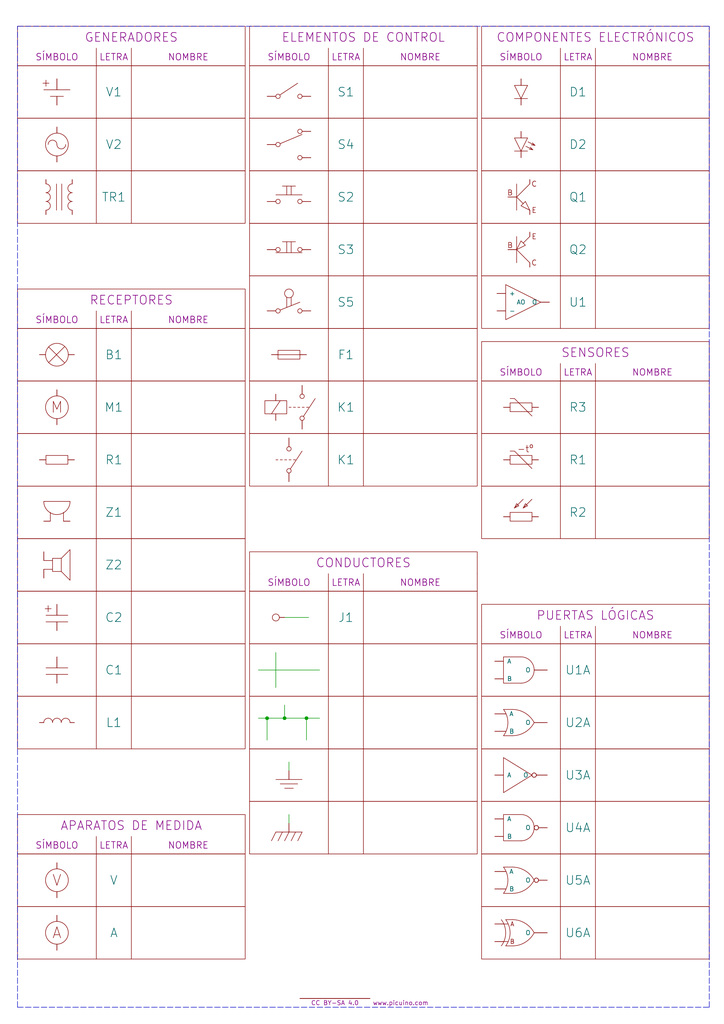
<source format=kicad_sch>
(kicad_sch (version 20211123) (generator eeschema)
  (paper "A4" portrait)
  (title_block (title "Símbolos eléctricos y electrónicos.") (date "23/10/2018") (company "www.picuino.com") (comment 1 "Copyright (c) 2018 by Carlos Pardo") (comment 2 "License CC BY-SA 4.0"))
  (lib_symbols
    (symbol "electric-simbolos-nombres-rescue:AO-simbolos" (pin_names (offset 1.016))
      (property "Reference" "U" (at 6.35 -3.81 0))
      (property "Value" "AO-simbolos" (at 6.35 3.81 0))
      (symbol "AO-simbolos_0_1"
        (polyline (pts (xy 0 5.08) (xy 0 -5.08) (xy 10.16 0) (xy 0 5.08)))
      )
      (symbol "AO-simbolos_1_1"
        (pin input line (at -2.54 2.54 0) (length 2.54) (name "+") (number "~"))
        (pin input line (at -2.54 -2.54 0) (length 2.54) (name "-") (number "~"))
        (pin output line (at 12.7 0 180) (length 2.54) (name "O") (number "~"))
      )
    )
    (symbol "electric-simbolos-nombres-rescue:CopyRight-simbolos" (pin_names (offset 1.016))
      (property "License" "CC BY-SA 4.0" (at -1.27 -1.27 0))
      (property "Web" "www.picuino.com" (at 0 -1.27 0))
      (symbol "CopyRight-simbolos_0_1"
        (polyline (pts (xy -10.16 0) (xy 10.16 0)) (stroke (width 0.2032)))
      )
    )
    (symbol "electric-simbolos-nombres-rescue:LDR-simbolos" (pin_names (offset 1.016))
      (property "Reference" "R" (at 1.905 -5.08 0))
      (symbol "LDR-simbolos_0_1"
        (rectangle (start -1.27 -1.905) (end 1.27 -8.255))
        (polyline (pts (xy -2.54 -6.985) (xy -5.08 -4.445)))
        (polyline (pts (xy -2.54 -4.445) (xy -5.08 -1.905)))
        (polyline (pts (xy -2.54 -6.985) (xy -3.175 -5.715) (xy -3.81 -6.35) (xy -2.54 -6.985)))
        (polyline (pts (xy -2.54 -4.445) (xy -3.175 -3.175) (xy -3.81 -3.81) (xy -2.54 -4.445)))
      )
      (symbol "LDR-simbolos_1_1"
        (pin input line (at 0 -10.16 90) (length 1.905) (name "~") (number "~"))
        (pin input line (at 0 0 270) (length 1.905) (name "~") (number "~"))
      )
    )
    (symbol "electric-simbolos-nombres-rescue:NPN-simbolos" (pin_names (offset 1.016))
      (property "Reference" "Q" (at 6.985 -5.08 0))
      (symbol "NPN-simbolos_0_0"
        (polyline (pts (xy 4.445 -6.985) (xy 2.54 -5.08)))
        (polyline (pts (xy 6.35 -8.89) (xy 5.08 -6.35) (xy 3.81 -7.62) (xy 6.35 -8.89)))
        (text "B" (at 0.635 -3.81 0) (effects (font (size 1.524 1.524))))
        (text "C" (at 7.62 -1.27 0) (effects (font (size 1.524 1.524))))
        (text "E" (at 7.62 -8.89 0) (effects (font (size 1.524 1.524))))
      )
      (symbol "NPN-simbolos_0_1"
        (polyline (pts (xy 2.54 -5.08) (xy 6.35 -1.27)))
        (polyline (pts (xy 2.54 -1.27) (xy 2.54 -8.89)))
      )
      (symbol "NPN-simbolos_1_1"
        (pin input line (at 0 -5.08 0) (length 2.54) (name "~") (number "~"))
        (pin input line (at 6.35 -10.16 90) (length 1.27) (name "~") (number "~"))
        (pin input line (at 6.35 0 270) (length 1.27) (name "~") (number "~"))
      )
    )
    (symbol "electric-simbolos-nombres-rescue:NTC-simbolos" (pin_names (offset 1.016))
      (property "Reference" "R" (at 1.905 -5.08 0))
      (symbol "NTC-simbolos_0_1"
        (rectangle (start -1.27 -1.905) (end 1.27 -8.255))
      )
      (symbol "NTC-simbolos_1_0"
        (polyline (pts (xy -2.54 -8.255) (xy -2.54 -6.985) (xy 2.54 -1.905)))
        (text "-tº" (at -3.175 -3.81 900) (effects (font (size 1.905 1.905))))
      )
      (symbol "NTC-simbolos_1_1"
        (pin input line (at 0 -10.16 90) (length 1.905) (name "~") (number "~"))
        (pin input line (at 0 0 270) (length 1.905) (name "~") (number "~"))
      )
    )
    (symbol "electric-simbolos-nombres-rescue:PNP-simbolos" (pin_names (offset 1.016))
      (property "Reference" "Q" (at 6.985 -5.08 0))
      (symbol "PNP-simbolos_0_0"
        (polyline (pts (xy 4.445 -3.175) (xy 6.35 -1.27)))
        (polyline (pts (xy 2.54 -5.08) (xy 3.81 -2.54) (xy 5.08 -3.81) (xy 2.54 -5.08)))
        (text "B" (at 0.635 -3.81 0) (effects (font (size 1.524 1.524))))
        (text "C" (at 7.62 -8.89 0) (effects (font (size 1.524 1.524))))
        (text "E" (at 7.62 -1.27 0) (effects (font (size 1.524 1.524))))
      )
      (symbol "PNP-simbolos_0_1"
        (polyline (pts (xy 2.54 -1.27) (xy 2.54 -8.89)))
        (polyline (pts (xy 6.35 -8.89) (xy 2.54 -5.08)))
      )
      (symbol "PNP-simbolos_1_1"
        (pin input line (at 0 -5.08 0) (length 2.54) (name "~") (number "~"))
        (pin input line (at 6.35 -10.16 90) (length 1.27) (name "~") (number "~"))
        (pin input line (at 6.35 0 270) (length 1.27) (name "~") (number "~"))
      )
    )
    (symbol "electric-simbolos-nombres-rescue:Pila-simbolos" (pin_names (offset 1.016))
      (property "Reference" "V" (at 5.08 -4.445 0))
      (symbol "Pila-simbolos_0_1"
        (polyline (pts (xy -4.064 -1.27) (xy -2.286 -1.27)))
        (polyline (pts (xy -3.81 -3.175) (xy 3.81 -3.175)))
        (polyline (pts (xy -3.175 -0.381) (xy -3.175 -2.159)))
        (polyline (pts (xy -1.905 -5.08) (xy 1.905 -5.08)))
      )
      (symbol "Pila-simbolos_1_1"
        (pin input line (at 0 -7.62 90) (length 2.54) (name "~") (number "~"))
        (pin input line (at 0 0 270) (length 3.175) (name "~") (number "~"))
      )
    )
    (symbol "electric-simbolos-nombres-rescue:altavoz-simbolos" (pin_names (offset 1.016))
      (property "Reference" "Z" (at 5.715 0.635 0))
      (symbol "altavoz-simbolos_0_0"
        (polyline (pts (xy 0 -5.08) (xy 2.54 -5.08)))
        (polyline (pts (xy 0 -2.54) (xy 2.54 -2.54)))
        (polyline (pts (xy 5.08 -1.905) (xy 7.62 0.635) (xy 7.62 -8.255) (xy 5.08 -5.715)))
        (rectangle (start 2.54 -1.905) (end 5.08 -5.715))
      )
      (symbol "altavoz-simbolos_1_1"
        (pin input line (at 0 -7.62 90) (length 2.54) (name "~") (number "~"))
        (pin input line (at 0 0 270) (length 2.54) (name "~") (number "~"))
      )
    )
    (symbol "electric-simbolos-nombres-rescue:amperimetro-simbolos" (pin_names (offset 1.016))
      (property "Reference" "A" (at 5.08 -5.08 0))
      (symbol "amperimetro-simbolos_0_0"
        (text "A" (at 0 -5.08 0) (effects (font (size 3.175 3.175))))
      )
      (symbol "amperimetro-simbolos_0_1"
        (circle (center 0 -5.08) (radius 3.302))
      )
      (symbol "amperimetro-simbolos_1_1"
        (pin input line (at 0 -10.16 90) (length 1.778) (name "~") (number "~"))
        (pin input line (at 0 0 270) (length 1.778) (name "~") (number "~"))
      )
    )
    (symbol "electric-simbolos-nombres-rescue:condensador-simbolos" (pin_names (offset 1.016))
      (property "Reference" "C" (at 3.81 -4.445 0))
      (symbol "condensador-simbolos_0_1"
        (polyline (pts (xy -3.175 -3.175) (xy 3.175 -3.175)))
        (polyline (pts (xy 3.175 -5.08) (xy -3.175 -5.08)))
      )
      (symbol "condensador-simbolos_1_1"
        (pin input line (at 0 -7.62 90) (length 2.54) (name "~") (number "~"))
        (pin input line (at 0 0 270) (length 3.175) (name "~") (number "~"))
      )
    )
    (symbol "electric-simbolos-nombres-rescue:condensador_pol-simbolos" (pin_names (offset 1.016))
      (property "Reference" "C" (at 3.81 -4.445 0))
      (symbol "condensador_pol-simbolos_0_1"
        (polyline (pts (xy -3.175 -3.175) (xy 3.175 -3.175)))
        (polyline (pts (xy -2.54 -0.381) (xy -2.54 -2.159)))
        (polyline (pts (xy -1.651 -1.27) (xy -3.429 -1.27)))
        (polyline (pts (xy 3.175 -5.08) (xy -3.175 -5.08)))
      )
      (symbol "condensador_pol-simbolos_1_1"
        (pin input line (at 0 -7.62 90) (length 2.54) (name "~") (number "~"))
        (pin input line (at 0 0 270) (length 3.175) (name "~") (number "~"))
      )
    )
    (symbol "electric-simbolos-nombres-rescue:conector-simbolos" (pin_names (offset 1.016))
      (symbol "conector-simbolos_0_1"
        (circle (center 2.54 0) (radius 1.016))
      )
      (symbol "conector-simbolos_1_1"
        (pin input line (at 0 0 0) (length 1.524) (name "~") (number "~"))
      )
    )
    (symbol "electric-simbolos-nombres-rescue:diodo-simbolos" (pin_names (offset 1.016))
      (property "Reference" "D" (at 2.54 -3.81 0))
      (symbol "diodo-simbolos_0_1"
        (polyline (pts (xy 1.905 -5.715) (xy -1.905 -5.715)))
        (polyline (pts (xy 1.905 -1.905) (xy -1.905 -1.905) (xy 0 -5.715) (xy 1.905 -1.905)))
      )
      (symbol "diodo-simbolos_1_1"
        (pin input line (at 0 -7.62 90) (length 1.905) (name "~") (number "~"))
        (pin input line (at 0 0 270) (length 1.905) (name "~") (number "~"))
      )
    )
    (symbol "electric-simbolos-nombres-rescue:diodo_led-simbolos" (pin_names (offset 1.016))
      (property "Reference" "D" (at 5.08 -3.81 0))
      (symbol "diodo_led-simbolos_0_1"
        (polyline (pts (xy 1.397 -4.318) (xy 3.429 -5.334)))
        (polyline (pts (xy 1.905 -5.715) (xy -1.905 -5.715)))
        (polyline (pts (xy 2.032 -3.048) (xy 4.064 -4.064)))
        (polyline (pts (xy 3.429 -5.334) (xy 2.3622 -5.1816)))
        (polyline (pts (xy 3.429 -5.334) (xy 2.667 -4.572)))
        (polyline (pts (xy 4.064 -4.064) (xy 2.9972 -3.9116)))
        (polyline (pts (xy 4.064 -4.064) (xy 3.302 -3.302)))
        (polyline (pts (xy 1.905 -1.905) (xy -1.905 -1.905) (xy 0 -5.715) (xy 1.905 -1.905)))
      )
      (symbol "diodo_led-simbolos_1_1"
        (pin input line (at 0 -7.62 90) (length 1.905) (name "~") (number "~"))
        (pin input line (at 0 0 270) (length 1.905) (name "~") (number "~"))
      )
    )
    (symbol "electric-simbolos-nombres-rescue:final_carrera-simbolos" (pin_names (offset 1.016))
      (property "Reference" "S" (at 4.445 3.175 0))
      (symbol "final_carrera-simbolos_0_0"
        (polyline (pts (xy 5.715 1.016) (xy 5.715 3.937)))
        (polyline (pts (xy 6.985 1.524) (xy 6.985 3.937)))
        (polyline (pts (xy 9.525 2.54) (xy 3.81 0.254)))
        (circle (center 3.175 0) (radius 0.635))
        (circle (center 6.35 5.08) (radius 1.27))
        (circle (center 9.525 0) (radius 0.635))
      )
      (symbol "final_carrera-simbolos_1_1"
        (pin input line (at 0 0 0) (length 2.54) (name "~") (number "~"))
        (pin input line (at 12.7 0 180) (length 2.54) (name "~") (number "~"))
      )
    )
    (symbol "electric-simbolos-nombres-rescue:fusible-simbolos" (pin_names (offset 1.016))
      (property "Reference" "F" (at 1.905 -5.08 0))
      (symbol "fusible-simbolos_0_0"
        (polyline (pts (xy 0 -1.27) (xy 0 -8.89)))
      )
      (symbol "fusible-simbolos_0_1"
        (rectangle (start -1.27 -1.905) (end 1.27 -8.255))
      )
      (symbol "fusible-simbolos_1_1"
        (pin input line (at 0 -10.16 90) (length 1.905) (name "~") (number "~"))
        (pin input line (at 0 0 270) (length 1.905) (name "~") (number "~"))
      )
    )
    (symbol "electric-simbolos-nombres-rescue:generador-simbolos" (pin_names (offset 1.016))
      (property "Reference" "V" (at 4.445 -5.08 0))
      (symbol "generador-simbolos_0_0"
        (arc (start 0 -5.08) (mid -1.27 -3.81) (end -2.54 -5.08))
        (arc (start 0 -5.08) (mid 1.27 -6.35) (end 2.54 -5.08))
      )
      (symbol "generador-simbolos_0_1"
        (circle (center 0 -5.08) (radius 3.302))
      )
      (symbol "generador-simbolos_1_1"
        (pin input line (at 0 -10.16 90) (length 1.778) (name "~") (number "~"))
        (pin input line (at 0 0 270) (length 1.778) (name "~") (number "~"))
      )
    )
    (symbol "electric-simbolos-nombres-rescue:inductancia-simbolos" (pin_names (offset 1.016))
      (property "Reference" "L" (at 0.635 -5.08 0))
      (symbol "inductancia-simbolos_0_1"
        (arc (start 0 -6.35) (mid -1.27 -7.62) (end 0 -8.89))
        (arc (start 0 -3.81) (mid -1.27 -5.08) (end 0 -6.35))
        (arc (start 0 -1.27) (mid -1.27 -2.54) (end 0 -3.81))
      )
      (symbol "inductancia-simbolos_1_1"
        (pin input line (at 0 -10.16 90) (length 1.27) (name "~") (number "~"))
        (pin input line (at 0 0 270) (length 1.27) (name "~") (number "~"))
      )
    )
    (symbol "electric-simbolos-nombres-rescue:lampara-simbolos" (pin_names (offset 1.016))
      (property "Reference" "L" (at 4.445 -5.08 0))
      (symbol "lampara-simbolos_0_1"
        (circle (center 0 -5.08) (radius 3.302))
        (polyline (pts (xy -2.286 -7.493) (xy 2.286 -2.921)))
        (polyline (pts (xy -2.286 -2.921) (xy 2.286 -7.493)))
      )
      (symbol "lampara-simbolos_1_1"
        (pin input line (at 0 -10.16 90) (length 1.778) (name "~") (number "~"))
        (pin input line (at 0 0 270) (length 1.778) (name "~") (number "~"))
      )
    )
    (symbol "electric-simbolos-nombres-rescue:logic_and-simbolos" (pin_names (offset 1.016))
      (property "Reference" "U" (at 11.43 -6.35 0))
      (symbol "logic_and-simbolos_0_1"
        (polyline (pts (xy 7.62 1.27) (xy 2.54 1.27) (xy 2.54 -6.35) (xy 7.62 -6.35)))
        (arc (start 7.62 -6.35) (mid 11.43 -2.54) (end 7.62 1.27))
      )
      (symbol "logic_and-simbolos_1_1"
        (pin input line (at 0 0 0) (length 2.54) (name "A") (number "~"))
        (pin input line (at 0 -5.08 0) (length 2.54) (name "B") (number "~"))
        (pin output line (at 15.24 -2.54 180) (length 3.81) (name "O") (number "~"))
      )
      (symbol "logic_and-simbolos_2_1"
        (pin input line (at 0 0 0) (length 2.54) (name "A") (number "4"))
        (pin input line (at 0 -5.08 0) (length 2.54) (name "B") (number "5"))
        (pin output line (at 15.24 -2.54 180) (length 3.81) (name "O") (number "6"))
      )
      (symbol "logic_and-simbolos_3_1"
        (pin input line (at 0 -5.08 0) (length 2.54) (name "B") (number "10"))
        (pin output line (at 15.24 -2.54 180) (length 3.81) (name "O") (number "8"))
        (pin input line (at 0 0 0) (length 2.54) (name "A") (number "9"))
      )
      (symbol "logic_and-simbolos_4_1"
        (pin output line (at 15.24 -2.54 180) (length 3.81) (name "O") (number "11"))
        (pin input line (at 0 0 0) (length 2.54) (name "A") (number "12"))
        (pin input line (at 0 -5.08 0) (length 2.54) (name "B") (number "13"))
      )
    )
    (symbol "electric-simbolos-nombres-rescue:logic_nand-simbolos" (pin_names (offset 1.016))
      (property "Reference" "U" (at 11.43 -6.35 0))
      (symbol "logic_nand-simbolos_0_1"
        (polyline (pts (xy 7.62 1.27) (xy 2.54 1.27) (xy 2.54 -6.35) (xy 7.62 -6.35)))
        (arc (start 7.62 -6.35) (mid 11.43 -2.54) (end 7.62 1.27))
      )
      (symbol "logic_nand-simbolos_1_1"
        (pin input line (at 0 0 0) (length 2.54) (name "A") (number "~"))
        (pin input line (at 0 -5.08 0) (length 2.54) (name "B") (number "~"))
        (pin output inverted (at 15.24 -2.54 180) (length 3.81) (name "O") (number "~"))
      )
      (symbol "logic_nand-simbolos_2_1"
        (pin input line (at 0 0 0) (length 2.54) (name "A") (number "4"))
        (pin input line (at 0 -5.08 0) (length 2.54) (name "B") (number "5"))
        (pin output inverted (at 15.24 -2.54 180) (length 3.81) (name "O") (number "6"))
      )
      (symbol "logic_nand-simbolos_3_1"
        (pin input line (at 0 -5.08 0) (length 2.54) (name "B") (number "10"))
        (pin output inverted (at 15.24 -2.54 180) (length 3.81) (name "O") (number "8"))
        (pin input line (at 0 0 0) (length 2.54) (name "A") (number "9"))
      )
      (symbol "logic_nand-simbolos_4_1"
        (pin output inverted (at 15.24 -2.54 180) (length 3.81) (name "O") (number "11"))
        (pin input line (at 0 0 0) (length 2.54) (name "A") (number "12"))
        (pin input line (at 0 -5.08 0) (length 2.54) (name "B") (number "13"))
      )
    )
    (symbol "electric-simbolos-nombres-rescue:logic_nor-simbolos" (pin_names (offset 1.016))
      (property "Reference" "U" (at 11.43 -6.35 0))
      (symbol "logic_nor-simbolos_0_1"
        (polyline (pts (xy 2.54 -6.35) (xy 5.08 -6.35)))
        (polyline (pts (xy 5.08 1.27) (xy 2.54 1.27)))
        (arc (start 2.54 -6.35) (mid 3.81 -2.54) (end 2.54 1.27))
        (arc (start 5.08 -6.35) (mid 8.784 -5.3291) (end 11.43 -2.54))
        (arc (start 11.43 -2.54) (mid 8.7865 0.2471) (end 5.08 1.27))
      )
      (symbol "logic_nor-simbolos_1_1"
        (pin input line (at 0 0 0) (length 3.175) (name "A") (number "~"))
        (pin input line (at 0 -5.08 0) (length 3.175) (name "B") (number "~"))
        (pin output inverted (at 15.24 -2.54 180) (length 3.81) (name "O") (number "~"))
      )
      (symbol "logic_nor-simbolos_2_1"
        (pin input line (at 0 0 0) (length 3.175) (name "A") (number "4"))
        (pin input line (at 0 -5.08 0) (length 3.175) (name "B") (number "5"))
        (pin output inverted (at 15.24 -2.54 180) (length 3.81) (name "O") (number "6"))
      )
      (symbol "logic_nor-simbolos_3_1"
        (pin input line (at 0 -5.08 0) (length 3.175) (name "B") (number "10"))
        (pin output inverted (at 15.24 -2.54 180) (length 3.81) (name "O") (number "8"))
        (pin input line (at 0 0 0) (length 3.175) (name "A") (number "9"))
      )
      (symbol "logic_nor-simbolos_4_1"
        (pin output inverted (at 15.24 -2.54 180) (length 3.81) (name "O") (number "11"))
        (pin input line (at 0 0 0) (length 3.175) (name "A") (number "12"))
        (pin input line (at 0 -5.08 0) (length 3.175) (name "B") (number "13"))
      )
    )
    (symbol "electric-simbolos-nombres-rescue:logic_not-simbolos" (pin_names (offset 1.016))
      (property "Reference" "U" (at 7.62 -6.35 0))
      (symbol "logic_not-simbolos_0_1"
        (polyline (pts (xy 2.54 2.54) (xy 10.795 -2.54) (xy 2.54 -7.62) (xy 2.54 2.54)))
      )
      (symbol "logic_not-simbolos_1_1"
        (pin input line (at 0 -2.54 0) (length 2.54) (name "A") (number "~"))
        (pin output inverted (at 15.24 -2.54 180) (length 4.445) (name "O") (number "~"))
      )
      (symbol "logic_not-simbolos_2_1"
        (pin input line (at 0 -2.54 0) (length 2.54) (name "A") (number "4"))
        (pin output inverted (at 15.24 -2.54 180) (length 4.445) (name "O") (number "6"))
      )
      (symbol "logic_not-simbolos_3_1"
        (pin output inverted (at 15.24 -2.54 180) (length 4.445) (name "O") (number "8"))
        (pin input line (at 0 -2.54 0) (length 2.54) (name "A") (number "9"))
      )
      (symbol "logic_not-simbolos_4_1"
        (pin output inverted (at 15.24 -2.54 180) (length 4.445) (name "O") (number "11"))
        (pin input line (at 0 -2.54 0) (length 2.54) (name "A") (number "12"))
      )
    )
    (symbol "electric-simbolos-nombres-rescue:logic_or-simbolos" (pin_names (offset 1.016))
      (property "Reference" "U" (at 11.43 -6.35 0))
      (symbol "logic_or-simbolos_0_1"
        (polyline (pts (xy 2.54 -6.35) (xy 5.08 -6.35)))
        (polyline (pts (xy 5.08 1.27) (xy 2.54 1.27)))
        (arc (start 2.54 -6.35) (mid 3.81 -2.54) (end 2.54 1.27))
        (arc (start 5.08 -6.35) (mid 8.784 -5.3291) (end 11.43 -2.54))
        (arc (start 11.43 -2.54) (mid 8.7865 0.2471) (end 5.08 1.27))
      )
      (symbol "logic_or-simbolos_1_1"
        (pin input line (at 0 0 0) (length 3.175) (name "A") (number "~"))
        (pin input line (at 0 -5.08 0) (length 3.175) (name "B") (number "~"))
        (pin output line (at 15.24 -2.54 180) (length 3.81) (name "O") (number "~"))
      )
      (symbol "logic_or-simbolos_2_1"
        (pin input line (at 0 0 0) (length 3.175) (name "A") (number "4"))
        (pin input line (at 0 -5.08 0) (length 3.175) (name "B") (number "5"))
        (pin output line (at 15.24 -2.54 180) (length 3.81) (name "O") (number "6"))
      )
      (symbol "logic_or-simbolos_3_1"
        (pin input line (at 0 -5.08 0) (length 3.175) (name "B") (number "10"))
        (pin output line (at 15.24 -2.54 180) (length 3.81) (name "O") (number "8"))
        (pin input line (at 0 0 0) (length 3.175) (name "A") (number "9"))
      )
      (symbol "logic_or-simbolos_4_1"
        (pin output line (at 15.24 -2.54 180) (length 3.81) (name "O") (number "11"))
        (pin input line (at 0 0 0) (length 3.175) (name "A") (number "12"))
        (pin input line (at 0 -5.08 0) (length 3.175) (name "B") (number "13"))
      )
    )
    (symbol "electric-simbolos-nombres-rescue:logic_xor-simbolos" (pin_names (offset 1.016))
      (property "Reference" "U" (at 11.43 -6.35 0))
      (symbol "logic_xor-simbolos_0_0"
        (text "A" (at 5.08 0 0) (effects (font (size 1.27 1.27))))
        (text "B" (at 5.08 -5.08 0) (effects (font (size 1.27 1.27))))
      )
      (symbol "logic_xor-simbolos_0_1"
        (polyline (pts (xy 3.175 -6.35) (xy 5.08 -6.35)))
        (polyline (pts (xy 3.175 1.27) (xy 5.08 1.27)))
        (polyline (pts (xy 3.81 -5.08) (xy 2.54 -5.08)))
        (polyline (pts (xy 3.81 0) (xy 2.54 0)))
        (arc (start 1.905 -6.35) (mid 3.175 -2.54) (end 1.905 1.27))
        (arc (start 3.175 -6.35) (mid 4.445 -2.54) (end 3.175 1.27))
        (arc (start 5.08 -6.35) (mid 8.784 -5.3291) (end 11.43 -2.54))
        (arc (start 11.43 -2.54) (mid 8.7865 0.2471) (end 5.08 1.27))
      )
      (symbol "logic_xor-simbolos_1_1"
        (pin output line (at 15.24 -2.54 180) (length 3.81) (name "O") (number "~"))
        (pin input line (at 0 -5.08 0) (length 2.54) (name "~") (number "~"))
        (pin input line (at 0 0 0) (length 2.54) (name "~") (number "~"))
      )
      (symbol "logic_xor-simbolos_2_1"
        (pin input line (at 0 0 0) (length 2.54) (name "~") (number "4"))
        (pin input line (at 0 -5.08 0) (length 2.54) (name "~") (number "5"))
        (pin output line (at 15.24 -2.54 180) (length 3.81) (name "O") (number "6"))
      )
      (symbol "logic_xor-simbolos_3_1"
        (pin input line (at 0 -5.08 0) (length 2.54) (name "~") (number "10"))
        (pin output line (at 15.24 -2.54 180) (length 3.81) (name "O") (number "8"))
        (pin input line (at 0 0 0) (length 2.54) (name "~") (number "9"))
      )
      (symbol "logic_xor-simbolos_4_1"
        (pin output line (at 15.24 -2.54 180) (length 3.81) (name "O") (number "11"))
        (pin input line (at 0 0 0) (length 2.54) (name "~") (number "12"))
        (pin input line (at 0 -5.08 0) (length 2.54) (name "~") (number "13"))
      )
    )
    (symbol "electric-simbolos-nombres-rescue:marco_1-simbolos" (pin_names (offset 1.016))
      (symbol "marco_1-simbolos_0_1"
        (polyline (pts (xy 22.86 0) (xy 33.02 0) (xy 33.02 -15.24) (xy 22.86 -15.24)))
        (polyline (pts (xy 33.02 0) (xy 66.04 0) (xy 66.04 -15.24) (xy 33.02 -15.24)))
        (polyline (pts (xy 0 0) (xy 0 -15.24) (xy 22.86 -15.24) (xy 22.86 0) (xy 0 0)))
      )
    )
    (symbol "electric-simbolos-nombres-rescue:marco_2-simbolos" (pin_names (offset 1.016))
      (property "Field4" "TIPO" (at 33.02 -4.445 0))
      (property "Field5" "SÍMBOLO" (at 11.43 -11.43 0))
      (property "Field6" "LETRA" (at 27.94 -11.43 0))
      (property "Field7" "NOMBRE" (at 48.26 -11.43 0))
      (symbol "marco_2-simbolos_0_1"
        (polyline (pts (xy 22.86 -12.7) (xy 33.02 -12.7) (xy 33.02 -7.62)))
        (polyline (pts (xy 33.02 -12.7) (xy 66.04 -12.7) (xy 66.04 -7.62)))
        (polyline (pts (xy 0 -7.62) (xy 0 -12.7) (xy 22.86 -12.7) (xy 22.86 -7.62)))
        (polyline (pts (xy 66.04 -7.62) (xy 66.04 -1.27) (xy 0 -1.27) (xy 0 -7.62)))
      )
    )
    (symbol "electric-simbolos-nombres-rescue:masa-simbolos" (pin_names (offset 1.016))
      (symbol "masa-simbolos_0_0"
        (polyline (pts (xy -3.81 -2.54) (xy -5.08 -5.08)))
        (polyline (pts (xy -3.81 -2.54) (xy 3.81 -2.54)))
        (polyline (pts (xy -1.905 -2.54) (xy -3.175 -5.08)))
        (polyline (pts (xy 0 -2.54) (xy -1.27 -5.08)))
        (polyline (pts (xy 1.905 -2.54) (xy 0.635 -5.08)))
        (polyline (pts (xy 3.81 -2.54) (xy 2.54 -5.08)))
      )
      (symbol "masa-simbolos_1_1"
        (pin input line (at 0 0 270) (length 2.54) (name "~") (number "~"))
      )
    )
    (symbol "electric-simbolos-nombres-rescue:motor-simbolos" (pin_names (offset 1.016))
      (property "Reference" "M" (at 4.445 -5.08 0))
      (symbol "motor-simbolos_0_0"
        (text "M" (at 0 -5.08 0) (effects (font (size 3.175 3.175))))
      )
      (symbol "motor-simbolos_0_1"
        (circle (center 0 -5.08) (radius 3.302))
      )
      (symbol "motor-simbolos_1_1"
        (pin input line (at 0 -10.16 90) (length 1.778) (name "~") (number "~"))
        (pin input line (at 0 0 270) (length 1.778) (name "~") (number "~"))
      )
    )
    (symbol "electric-simbolos-nombres-rescue:pulsador_na-simbolos" (pin_names (offset 1.016))
      (property "Reference" "S" (at 1.905 3.175 0))
      (symbol "pulsador_na-simbolos_0_0"
        (polyline (pts (xy 2.54 1.905) (xy 10.16 1.905)))
        (polyline (pts (xy 4.445 4.445) (xy 8.255 4.445)))
        (polyline (pts (xy 5.715 1.905) (xy 5.715 4.445)))
        (polyline (pts (xy 6.985 4.445) (xy 6.985 1.905)))
        (circle (center 3.175 0) (radius 0.635))
        (circle (center 9.525 0) (radius 0.635))
      )
      (symbol "pulsador_na-simbolos_1_1"
        (pin input line (at 0 0 0) (length 2.54) (name "~") (number "~"))
        (pin input line (at 12.7 0 180) (length 2.54) (name "~") (number "~"))
      )
    )
    (symbol "electric-simbolos-nombres-rescue:pulsador_nc-simbolos" (pin_names (offset 1.016))
      (property "Reference" "S" (at 3.81 3.175 0))
      (symbol "pulsador_nc-simbolos_0_0"
        (polyline (pts (xy 2.54 -0.889) (xy 10.16 -0.889)))
        (polyline (pts (xy 4.445 2.286) (xy 8.255 2.286)))
        (polyline (pts (xy 5.715 -0.889) (xy 5.715 2.286)))
        (polyline (pts (xy 6.985 -0.889) (xy 6.985 2.286)))
        (circle (center 3.175 0) (radius 0.635))
        (circle (center 9.525 0) (radius 0.635))
      )
      (symbol "pulsador_nc-simbolos_1_1"
        (pin input line (at 0 0 0) (length 2.54) (name "~") (number "~"))
        (pin input line (at 12.7 0 180) (length 2.54) (name "~") (number "~"))
      )
    )
    (symbol "electric-simbolos-nombres-rescue:rele-simbolos" (pin_names (offset 1.016))
      (property "Reference" "K" (at -4.445 -3.81 0))
      (symbol "rele-simbolos_0_0"
        (rectangle (start -3.175 -1.905) (end 3.175 -5.715))
        (polyline (pts (xy 1.27 -1.905) (xy -1.27 -5.715)))
        (polyline (pts (xy 3.81 -3.81) (xy 4.445 -3.81)))
        (polyline (pts (xy 5.08 -3.81) (xy 5.715 -3.81)))
        (polyline (pts (xy 6.35 -3.81) (xy 6.985 -3.81)))
        (polyline (pts (xy 7.62 -3.81) (xy 8.255 -3.81)))
        (polyline (pts (xy 8.89 -3.81) (xy 9.525 -3.81)))
      )
      (symbol "rele-simbolos_1_0"
        (polyline (pts (xy 11.43 -1.27) (xy 8.001 -6.477)))
        (circle (center 7.62 -6.985) (radius 0.635))
        (circle (center 7.62 -0.635) (radius 0.635))
      )
      (symbol "rele-simbolos_1_1"
        (pin input line (at 0 -7.62 90) (length 1.905) (name "~") (number "~"))
        (pin input line (at 0 0 270) (length 1.905) (name "~") (number "~"))
        (pin input line (at 7.62 -10.16 90) (length 2.54) (name "~") (number "~"))
        (pin input line (at 7.62 2.54 270) (length 2.54) (name "~") (number "~"))
      )
    )
    (symbol "electric-simbolos-nombres-rescue:rele_contacto-simbolos" (pin_names (offset 1.016))
      (property "Reference" "K" (at 1.27 -1.27 0))
      (symbol "rele_contacto-simbolos_0_0"
        (polyline (pts (xy -3.81 -6.35) (xy -3.175 -6.35)))
        (polyline (pts (xy -2.54 -6.35) (xy -1.905 -6.35)))
        (polyline (pts (xy -1.27 -6.35) (xy -0.635 -6.35)))
        (polyline (pts (xy 0 -6.35) (xy 0.635 -6.35)))
        (polyline (pts (xy 1.27 -6.35) (xy 1.905 -6.35)))
      )
      (symbol "rele_contacto-simbolos_1_0"
        (circle (center 0 -9.525) (radius 0.635))
        (circle (center 0 -3.175) (radius 0.635))
        (polyline (pts (xy 3.81 -3.81) (xy 0.381 -9.017)))
      )
      (symbol "rele_contacto-simbolos_1_1"
        (pin input line (at 0 -12.7 90) (length 2.54) (name "~") (number "~"))
        (pin input line (at 0 0 270) (length 2.54) (name "~") (number "~"))
      )
    )
    (symbol "electric-simbolos-nombres-rescue:resistencia-simbolos" (pin_names (offset 1.016))
      (property "Reference" "R" (at 1.905 -5.08 0))
      (symbol "resistencia-simbolos_0_1"
        (rectangle (start -1.27 -1.905) (end 1.27 -8.255))
      )
      (symbol "resistencia-simbolos_1_1"
        (pin input line (at 0 -10.16 90) (length 1.905) (name "~") (number "~"))
        (pin input line (at 0 0 270) (length 1.905) (name "~") (number "~"))
      )
    )
    (symbol "electric-simbolos-nombres-rescue:resistencia_variable-simbolos" (pin_names (offset 1.016))
      (property "Reference" "R" (at 1.905 -5.08 0))
      (symbol "resistencia_variable-simbolos_0_1"
        (rectangle (start -1.27 -1.905) (end 1.27 -8.255))
      )
      (symbol "resistencia_variable-simbolos_1_0"
        (polyline (pts (xy -2.54 -8.255) (xy -2.54 -6.985) (xy 2.54 -1.905)))
      )
      (symbol "resistencia_variable-simbolos_1_1"
        (pin input line (at 0 -10.16 90) (length 1.905) (name "~") (number "~"))
        (pin input line (at 0 0 270) (length 1.905) (name "~") (number "~"))
      )
    )
    (symbol "electric-simbolos-nombres-rescue:selector-simbolos" (pin_names (offset 1.016))
      (property "Reference" "S" (at 4.445 3.175 0))
      (symbol "selector-simbolos_0_0"
        (circle (center 3.175 0) (radius 0.635))
        (circle (center 9.525 -3.81) (radius 0.635))
        (circle (center 9.525 3.81) (radius 0.635))
      )
      (symbol "selector-simbolos_0_1"
        (polyline (pts (xy 10.16 2.921) (xy 3.81 0.254)))
      )
      (symbol "selector-simbolos_1_1"
        (pin input line (at 0 0 0) (length 2.54) (name "~") (number "~"))
        (pin input line (at 12.7 -3.81 180) (length 2.54) (name "~") (number "~"))
        (pin input line (at 12.7 3.81 180) (length 2.54) (name "~") (number "~"))
      )
    )
    (symbol "electric-simbolos-nombres-rescue:switch-simbolos" (pin_names (offset 1.016))
      (property "Reference" "S" (at 4.445 3.175 0))
      (symbol "switch-simbolos_0_0"
        (polyline (pts (xy 8.89 3.81) (xy 3.683 0.381)))
        (circle (center 3.175 0) (radius 0.635))
        (circle (center 9.525 0) (radius 0.635))
      )
      (symbol "switch-simbolos_1_1"
        (pin input line (at 0 0 0) (length 2.54) (name "~") (number "~"))
        (pin input line (at 12.7 0 180) (length 2.54) (name "~") (number "~"))
      )
    )
    (symbol "electric-simbolos-nombres-rescue:tierra-simbolos" (pin_names (offset 1.016))
      (symbol "tierra-simbolos_0_0"
        (polyline (pts (xy -3.81 -2.54) (xy 3.81 -2.54)))
        (polyline (pts (xy -2.54 -3.81) (xy 2.54 -3.81)))
        (polyline (pts (xy -1.27 -5.08) (xy 1.27 -5.08)))
      )
      (symbol "tierra-simbolos_1_1"
        (pin input line (at 0 0 270) (length 2.54) (name "~") (number "~"))
      )
    )
    (symbol "electric-simbolos-nombres-rescue:transformador-simbolos" (pin_names (offset 1.016))
      (property "Reference" "TR" (at 8.89 -5.08 0))
      (symbol "transformador-simbolos_0_1"
        (arc (start 0 -8.89) (mid 1.27 -7.62) (end 0 -6.35))
        (arc (start 0 -6.35) (mid 1.27 -5.08) (end 0 -3.81))
        (arc (start 0 -3.81) (mid 1.27 -2.54) (end 0 -1.27))
        (polyline (pts (xy 3.048 -1.27) (xy 3.048 -8.89)))
        (polyline (pts (xy 4.572 -1.27) (xy 4.572 -8.89)))
        (arc (start 7.62 -6.35) (mid 6.35 -7.62) (end 7.62 -8.89))
        (arc (start 7.62 -3.81) (mid 6.35 -5.08) (end 7.62 -6.35))
        (arc (start 7.62 -1.27) (mid 6.35 -2.54) (end 7.62 -3.81))
      )
      (symbol "transformador-simbolos_1_1"
        (pin input line (at 0 -10.16 90) (length 1.27) (name "~") (number "~"))
        (pin input line (at 0 0 270) (length 1.27) (name "~") (number "~"))
        (pin input line (at 7.62 -10.16 90) (length 1.27) (name "~") (number "~"))
        (pin input line (at 7.62 0 270) (length 1.27) (name "~") (number "~"))
      )
    )
    (symbol "electric-simbolos-nombres-rescue:voltimetro-simbolos" (pin_names (offset 1.016))
      (property "Reference" "V" (at 5.08 -5.08 0))
      (symbol "voltimetro-simbolos_0_0"
        (text "V" (at 0 -5.08 0) (effects (font (size 3.175 3.175))))
      )
      (symbol "voltimetro-simbolos_0_1"
        (circle (center 0 -5.08) (radius 3.302))
      )
      (symbol "voltimetro-simbolos_1_1"
        (pin input line (at 0 -10.16 90) (length 1.778) (name "~") (number "~"))
        (pin input line (at 0 0 270) (length 1.778) (name "~") (number "~"))
      )
    )
    (symbol "electric-simbolos-nombres-rescue:zumbador-simbolos" (pin_names (offset 1.016))
      (property "Reference" "Z" (at 3.81 8.255 0))
      (symbol "zumbador-simbolos_0_0"
        (polyline (pts (xy 0 5.715) (xy 7.62 5.715)))
        (polyline (pts (xy 1.905 0) (xy 1.905 2.54)))
        (polyline (pts (xy 5.715 0) (xy 5.715 2.54)))
        (arc (start 0 5.715) (mid 3.81 1.905) (end 7.62 5.715))
      )
      (symbol "zumbador-simbolos_1_1"
        (pin input line (at 0 0 0) (length 1.905) (name "~") (number "~"))
        (pin input line (at 7.62 0 180) (length 1.905) (name "~") (number "~"))
      )
    )
  )
  (junction (at 88.9 208.28))
  (junction (at 82.55 208.28))
  (junction (at 77.47 208.28))
  (wire (pts (xy 83.82 223.52) (xy 83.82 220.98)))
  (wire (pts (xy 74.93 208.28) (xy 77.47 208.28)))
  (wire (pts (xy 74.93 194.31) (xy 92.71 194.31)))
  (wire (pts (xy 83.82 238.76) (xy 83.82 236.22)))
  (wire (pts (xy 88.9 208.28) (xy 92.71 208.28)))
  (polyline (pts (xy 5.08 292.1) (xy 205.74 292.1)))
  (wire (pts (xy 88.9 214.63) (xy 88.9 208.28)))
  (polyline (pts (xy 5.08 7.62) (xy 205.74 7.62)))
  (wire (pts (xy 80.01 189.23) (xy 80.01 199.39)))
  (polyline (pts (xy 5.08 292.1) (xy 5.08 7.62)))
  (wire (pts (xy 82.55 208.28) (xy 88.9 208.28)))
  (wire (pts (xy 77.47 208.28) (xy 82.55 208.28)))
  (polyline (pts (xy 205.74 292.1) (xy 205.74 7.62)))
  (wire (pts (xy 77.47 214.63) (xy 77.47 208.28)))
  (wire (pts (xy 82.55 179.07) (xy 89.535 179.07)))
  (wire (pts (xy 82.55 208.28) (xy 82.55 204.47)))
  (symbol (lib_id "electric-simbolos-nombres-rescue:CopyRight-simbolos") (at 97.155 289.56 0) (unit 1)
    (property "Reference" "CP?" (effects hide))
    (property "Value" "CopyRight" (effects hide))
    (property "License" "CC BY-SA 4.0" (at 97.155 290.83 0))
    (property "Web" "www.picuino.com" (at 116.205 290.83 0))
  )
  (symbol (lib_id "electric-simbolos-nombres-rescue:marco_1-simbolos") (at 139.7 80.01 0) (unit 1)
    (property "Reference" "M?" (effects hide))
    (property "Value" "marco_1" (effects hide))
  )
  (symbol (lib_id "electric-simbolos-nombres-rescue:AO-simbolos") (at 146.685 87.63 0) (unit 1)
    (property "Reference" "U1" (at 167.64 87.63 0) (effects (font (size 2.54 2.54))))
    (property "Value" "AO" (at 151.13 87.63 0))
  )
  (symbol (lib_id "electric-simbolos-nombres-rescue:amperimetro-simbolos") (at 16.51 265.43 0) (unit 1)
    (property "Reference" "A" (at 31.75 270.51 0) (effects (font (size 2.54 2.54)) (justify left)))
    (property "Value" "amperimetro" (effects hide))
  )
  (symbol (lib_id "electric-simbolos-nombres-rescue:diodo-simbolos") (at 151.13 22.86 0) (unit 1)
    (property "Reference" "D1" (at 167.64 26.67 0) (effects (font (size 2.54 2.54))))
    (property "Value" "DIODO" (effects hide))
  )
  (symbol (lib_id "electric-simbolos-nombres-rescue:marco_1-simbolos") (at 5.08 186.69 0) (unit 1)
    (property "Reference" "M?" (effects hide))
    (property "Value" "marco_1" (effects hide))
  )
  (symbol (lib_id "electric-simbolos-nombres-rescue:selector-simbolos") (at 77.47 41.91 0) (unit 1)
    (property "Reference" "S4" (at 100.33 41.91 0) (effects (font (size 2.54 2.54))))
    (property "Value" "CONMUTADOR" (effects hide))
  )
  (symbol (lib_id "electric-simbolos-nombres-rescue:LDR-simbolos") (at 156.21 149.86 270) (unit 1)
    (property "Reference" "R2" (at 167.64 148.59 90) (effects (font (size 2.54 2.54))))
    (property "Value" "RESISTENCIA" (effects hide))
    (property "Campo4" "LDR" (effects hide))
  )
  (symbol (lib_id "electric-simbolos-nombres-rescue:PNP-simbolos") (at 147.32 67.31 0) (unit 1)
    (property "Reference" "Q2" (at 167.64 72.39 0) (effects (font (size 2.54 2.54))))
    (property "Value" "TRANSISTOR" (effects hide))
    (property "Campo4" "PNP" (effects hide))
  )
  (symbol (lib_id "electric-simbolos-nombres-rescue:voltimetro-simbolos") (at 16.51 250.19 0) (unit 1)
    (property "Reference" "V" (at 33.02 255.27 0) (effects (font (size 2.54 2.54))))
    (property "Value" "VOLTIMETRO" (effects hide))
  )
  (symbol (lib_id "electric-simbolos-nombres-rescue:logic_nand-simbolos") (at 143.51 237.49 0) (unit 1)
    (property "Reference" "U4" (at 167.64 240.03 0) (effects (font (size 2.54 2.54))))
    (property "Value" "logic_and" (effects hide))
    (property "Campo4" "PUERTA NAND" (effects hide))
  )
  (symbol (lib_id "electric-simbolos-nombres-rescue:marco_1-simbolos") (at 139.7 262.89 0) (unit 1)
    (property "Reference" "M?" (effects hide))
    (property "Value" "marco_1" (effects hide))
  )
  (symbol (lib_id "electric-simbolos-nombres-rescue:transformador-simbolos") (at 13.335 52.07 0) (unit 1)
    (property "Reference" "TR1" (at 33.02 57.15 0) (effects (font (size 2.54 2.54))))
    (property "Value" "TRANSFOR-" (effects hide))
    (property "Campo4" "MADOR" (effects hide))
  )
  (symbol (lib_id "electric-simbolos-nombres-rescue:marco_1-simbolos") (at 72.39 64.77 0) (unit 1)
    (property "Reference" "M?" (effects hide))
    (property "Value" "marco_1" (effects hide))
  )
  (symbol (lib_id "electric-simbolos-nombres-rescue:marco_1-simbolos") (at 5.08 110.49 0) (unit 1)
    (property "Reference" "M?" (effects hide))
    (property "Value" "marco_1" (effects hide))
  )
  (symbol (lib_id "electric-simbolos-nombres-rescue:marco_2-simbolos") (at 139.7 97.79 0) (unit 1)
    (property "Reference" "M?" (effects hide))
    (property "Value" "marco_2" (effects hide))
    (property "Campo4" "SENSORES" (at 172.72 102.235 0) (effects (font (size 2.54 2.54))))
    (property "Campo5" "SÍMBOLO" (at 151.13 107.95 0) (effects (font (size 1.905 1.905))))
    (property "Campo6" "LETRA" (at 167.64 107.95 0) (effects (font (size 1.905 1.905))))
    (property "Campo7" "NOMBRE" (at 189.23 107.95 0) (effects (font (size 1.905 1.905))))
  )
  (symbol (lib_id "electric-simbolos-nombres-rescue:marco_1-simbolos") (at 72.39 34.29 0) (unit 1)
    (property "Reference" "M?" (effects hide))
    (property "Value" "marco_1" (effects hide))
  )
  (symbol (lib_id "electric-simbolos-nombres-rescue:marco_1-simbolos") (at 139.7 201.93 0) (unit 1)
    (property "Reference" "M?" (effects hide))
    (property "Value" "marco_1" (effects hide))
  )
  (symbol (lib_id "electric-simbolos-nombres-rescue:fusible-simbolos") (at 88.9 102.87 270) (unit 1)
    (property "Reference" "F1" (at 100.33 102.87 90) (effects (font (size 2.54 2.54))))
    (property "Value" "FUSIBLE" (effects hide))
  )
  (symbol (lib_id "electric-simbolos-nombres-rescue:logic_and-simbolos") (at 143.51 191.77 0) (unit 1)
    (property "Reference" "U1" (at 167.64 194.31 0) (effects (font (size 2.54 2.54))))
    (property "Value" "logic_and" (effects hide))
  )
  (symbol (lib_id "electric-simbolos-nombres-rescue:marco_1-simbolos") (at 139.7 217.17 0) (unit 1)
    (property "Reference" "M?" (effects hide))
    (property "Value" "marco_1" (effects hide))
  )
  (symbol (lib_id "electric-simbolos-nombres-rescue:marco_1-simbolos") (at 72.39 95.25 0) (unit 1)
    (property "Reference" "M?" (effects hide))
    (property "Value" "marco_1" (effects hide))
  )
  (symbol (lib_id "electric-simbolos-nombres-rescue:diodo_led-simbolos") (at 151.13 38.1 0) (unit 1)
    (property "Reference" "D2" (at 167.64 41.91 0) (effects (font (size 2.54 2.54))))
    (property "Value" "DIODO LED" (effects hide))
  )
  (symbol (lib_id "electric-simbolos-nombres-rescue:marco_1-simbolos") (at 5.08 125.73 0) (unit 1)
    (property "Reference" "M?" (effects hide))
    (property "Value" "marco_1" (effects hide))
  )
  (symbol (lib_id "electric-simbolos-nombres-rescue:tierra-simbolos") (at 83.82 223.52 0) (unit 1)
    (property "Reference" "V?" (effects hide))
    (property "Value" "CONEXIÓN" (effects hide))
    (property "Campo4" "A TIERRA" (effects hide))
  )
  (symbol (lib_id "electric-simbolos-nombres-rescue:marco_1-simbolos") (at 5.08 262.89 0) (unit 1)
    (property "Reference" "M?" (effects hide))
    (property "Value" "marco_1" (effects hide))
  )
  (symbol (lib_id "electric-simbolos-nombres-rescue:condensador-simbolos") (at 16.51 190.5 0) (unit 1)
    (property "Reference" "C1" (at 33.02 194.31 0) (effects (font (size 2.54 2.54))))
    (property "Value" "CONDENSADOR" (effects hide))
  )
  (symbol (lib_id "electric-simbolos-nombres-rescue:final_carrera-simbolos") (at 77.47 90.17 0) (unit 1)
    (property "Reference" "S5" (at 100.33 87.63 0) (effects (font (size 2.54 2.54))))
    (property "Value" "FINAL DE" (effects hide))
    (property "Campo4" "CARRERA" (effects hide))
  )
  (symbol (lib_id "electric-simbolos-nombres-rescue:marco_1-simbolos") (at 5.08 201.93 0) (unit 1)
    (property "Reference" "M?" (effects hide))
    (property "Value" "marco_1" (effects hide))
  )
  (symbol (lib_id "electric-simbolos-nombres-rescue:marco_1-simbolos") (at 5.08 49.53 0) (unit 1)
    (property "Reference" "M?" (effects hide))
    (property "Value" "marco_1" (effects hide))
  )
  (symbol (lib_id "electric-simbolos-nombres-rescue:marco_2-simbolos") (at 139.7 173.99 0) (unit 1)
    (property "Reference" "M?" (effects hide))
    (property "Value" "marco_2" (effects hide))
    (property "Campo4" "PUERTAS LÓGICAS" (at 172.72 178.435 0) (effects (font (size 2.54 2.54))))
    (property "Campo5" "SÍMBOLO" (at 151.13 184.15 0) (effects (font (size 1.905 1.905))))
    (property "Campo6" "LETRA" (at 167.64 184.15 0) (effects (font (size 1.905 1.905))))
    (property "Campo7" "NOMBRE" (at 189.23 184.15 0) (effects (font (size 1.905 1.905))))
  )
  (symbol (lib_id "electric-simbolos-nombres-rescue:logic_not-simbolos") (at 143.51 222.25 0) (unit 1)
    (property "Reference" "U3" (at 167.64 224.79 0) (effects (font (size 2.54 2.54))))
    (property "Value" "logic_and" (effects hide))
    (property "Campo4" "PUERTA NOT" (effects hide))
  )
  (symbol (lib_id "electric-simbolos-nombres-rescue:marco_2-simbolos") (at 139.7 6.35 0) (unit 1)
    (property "Reference" "M?" (effects hide))
    (property "Value" "marco_2" (effects hide))
    (property "Campo4" "COMPONENTES ELECTRÓNICOS" (at 172.72 10.795 0) (effects (font (size 2.54 2.54))))
    (property "Campo5" "SÍMBOLO" (at 151.13 16.51 0) (effects (font (size 1.905 1.905))))
    (property "Campo6" "LETRA" (at 167.64 16.51 0) (effects (font (size 1.905 1.905))))
    (property "Campo7" "NOMBRE" (at 189.23 16.51 0) (effects (font (size 1.905 1.905))))
  )
  (symbol (lib_id "electric-simbolos-nombres-rescue:marco_1-simbolos") (at 139.7 232.41 0) (unit 1)
    (property "Reference" "M?" (effects hide))
    (property "Value" "marco_1" (effects hide))
  )
  (symbol (lib_id "electric-simbolos-nombres-rescue:motor-simbolos") (at 16.51 113.03 0) (unit 1)
    (property "Reference" "M1" (at 33.02 118.11 0) (effects (font (size 2.54 2.54))))
    (property "Value" "MOTOR" (effects hide))
  )
  (symbol (lib_id "electric-simbolos-nombres-rescue:lampara-simbolos") (at 21.59 102.87 270) (unit 1)
    (property "Reference" "B1" (at 33.02 102.87 90) (effects (font (size 2.54 2.54))))
    (property "Value" "LÁMPARA" (effects hide))
  )
  (symbol (lib_id "electric-simbolos-nombres-rescue:generador-simbolos") (at 16.51 36.83 0) (unit 1)
    (property "Reference" "V2" (at 33.02 41.91 0) (effects (font (size 2.54 2.54))))
    (property "Value" "GENERADOR" (effects hide))
  )
  (symbol (lib_id "electric-simbolos-nombres-rescue:logic_nor-simbolos") (at 143.51 252.73 0) (unit 1)
    (property "Reference" "U5" (at 167.64 255.27 0) (effects (font (size 2.54 2.54))))
    (property "Value" "logic_and" (effects hide))
    (property "Campo4" "PUERTA NOR" (effects hide))
  )
  (symbol (lib_id "electric-simbolos-nombres-rescue:marco_1-simbolos") (at 5.08 247.65 0) (unit 1)
    (property "Reference" "M?" (effects hide))
    (property "Value" "marco_1" (effects hide))
  )
  (symbol (lib_id "electric-simbolos-nombres-rescue:marco_1-simbolos") (at 72.39 49.53 0) (unit 1)
    (property "Reference" "M?" (effects hide))
    (property "Value" "marco_1" (effects hide))
  )
  (symbol (lib_id "electric-simbolos-nombres-rescue:resistencia_variable-simbolos") (at 156.21 118.11 270) (unit 1)
    (property "Reference" "R3" (at 167.64 118.11 90) (effects (font (size 2.54 2.54))))
    (property "Value" "RESISTENCIA" (effects hide))
    (property "Campo4" "VARIABLE" (effects hide))
  )
  (symbol (lib_id "electric-simbolos-nombres-rescue:marco_1-simbolos") (at 139.7 49.53 0) (unit 1)
    (property "Reference" "M?" (effects hide))
    (property "Value" "marco_1" (effects hide))
  )
  (symbol (lib_id "electric-simbolos-nombres-rescue:zumbador-simbolos") (at 12.7 151.13 0) (unit 1)
    (property "Reference" "Z1" (at 33.02 148.59 0) (effects (font (size 2.54 2.54))))
    (property "Value" "ZUMBADOR" (effects hide))
  )
  (symbol (lib_id "electric-simbolos-nombres-rescue:inductancia-simbolos") (at 21.59 209.55 270) (unit 1)
    (property "Reference" "L1" (at 33.02 209.55 90) (effects (font (size 2.54 2.54))))
    (property "Value" "INDUCTANCIA" (effects hide))
  )
  (symbol (lib_id "electric-simbolos-nombres-rescue:marco_2-simbolos") (at 72.39 158.75 0) (unit 1)
    (property "Reference" "M?" (effects hide))
    (property "Value" "marco_2" (effects hide))
    (property "Campo4" "CONDUCTORES" (at 105.41 163.195 0) (effects (font (size 2.54 2.54))))
    (property "Campo5" "SÍMBOLO" (at 83.82 168.91 0) (effects (font (size 1.905 1.905))))
    (property "Campo6" "LETRA" (at 100.33 168.91 0) (effects (font (size 1.905 1.905))))
    (property "Campo7" "NOMBRE" (at 121.92 168.91 0) (effects (font (size 1.905 1.905))))
  )
  (symbol (lib_id "electric-simbolos-nombres-rescue:pulsador_na-simbolos") (at 77.47 58.42 0) (unit 1)
    (property "Reference" "S2" (at 100.33 57.15 0) (effects (font (size 2.54 2.54))))
    (property "Value" "PULSADOR" (effects hide))
    (property "Valor2" "NORMALMENTE" (effects hide))
    (property "Campo5" "ABIERTO" (effects hide))
  )
  (symbol (lib_id "electric-simbolos-nombres-rescue:marco_1-simbolos") (at 5.08 19.05 0) (unit 1)
    (property "Reference" "M?" (effects hide))
    (property "Value" "marco_1" (effects hide))
  )
  (symbol (lib_id "electric-simbolos-nombres-rescue:marco_1-simbolos") (at 139.7 186.69 0) (unit 1)
    (property "Reference" "M?" (effects hide))
    (property "Value" "marco_1" (effects hide))
  )
  (symbol (lib_id "electric-simbolos-nombres-rescue:conector-simbolos") (at 82.55 179.07 180) (unit 1)
    (property "Reference" "J1" (at 100.33 179.07 0) (effects (font (size 2.54 2.54))))
    (property "Value" "conector" (effects hide))
  )
  (symbol (lib_id "electric-simbolos-nombres-rescue:marco_1-simbolos") (at 72.39 80.01 0) (unit 1)
    (property "Reference" "M?" (effects hide))
    (property "Value" "marco_1" (effects hide))
  )
  (symbol (lib_id "electric-simbolos-nombres-rescue:marco_1-simbolos") (at 72.39 186.69 0) (unit 1)
    (property "Reference" "M?" (effects hide))
    (property "Value" "marco_1" (effects hide))
  )
  (symbol (lib_id "electric-simbolos-nombres-rescue:marco_1-simbolos") (at 139.7 125.73 0) (unit 1)
    (property "Reference" "M?" (effects hide))
    (property "Value" "marco_1" (effects hide))
  )
  (symbol (lib_id "electric-simbolos-nombres-rescue:rele-simbolos") (at 80.01 114.3 0) (unit 1)
    (property "Reference" "K1" (at 100.33 118.11 0) (effects (font (size 2.54 2.54))))
    (property "Value" "RELE" (effects hide))
  )
  (symbol (lib_id "electric-simbolos-nombres-rescue:marco_1-simbolos") (at 72.39 125.73 0) (unit 1)
    (property "Reference" "M?" (effects hide))
    (property "Value" "marco_1" (effects hide))
  )
  (symbol (lib_id "electric-simbolos-nombres-rescue:marco_2-simbolos") (at 5.08 234.95 0) (unit 1)
    (property "Reference" "M?" (effects hide))
    (property "Value" "marco_2" (effects hide))
    (property "Campo4" "APARATOS DE MEDIDA" (at 38.1 239.395 0) (effects (font (size 2.54 2.54))))
    (property "Campo5" "SÍMBOLO" (at 16.51 245.11 0) (effects (font (size 1.905 1.905))))
    (property "Campo6" "LETRA" (at 33.02 245.11 0) (effects (font (size 1.905 1.905))))
    (property "Campo7" "NOMBRE" (at 54.61 245.11 0) (effects (font (size 1.905 1.905))))
  )
  (symbol (lib_id "electric-simbolos-nombres-rescue:marco_1-simbolos") (at 72.39 19.05 0) (unit 1)
    (property "Reference" "M?" (effects hide))
    (property "Value" "marco_1" (effects hide))
  )
  (symbol (lib_id "electric-simbolos-nombres-rescue:marco_1-simbolos") (at 139.7 64.77 0) (unit 1)
    (property "Reference" "M?" (effects hide))
    (property "Value" "marco_1" (effects hide))
  )
  (symbol (lib_id "electric-simbolos-nombres-rescue:marco_1-simbolos") (at 139.7 110.49 0) (unit 1)
    (property "Reference" "M?" (effects hide))
    (property "Value" "marco_1" (effects hide))
  )
  (symbol (lib_id "electric-simbolos-nombres-rescue:resistencia-simbolos") (at 21.59 133.35 270) (unit 1)
    (property "Reference" "R1" (at 33.02 133.35 90) (effects (font (size 2.54 2.54))))
    (property "Value" "RESISTENCIA" (effects hide))
  )
  (symbol (lib_id "electric-simbolos-nombres-rescue:marco_1-simbolos") (at 72.39 201.93 0) (unit 1)
    (property "Reference" "M?" (effects hide))
    (property "Value" "marco_1" (effects hide))
  )
  (symbol (lib_id "electric-simbolos-nombres-rescue:marco_1-simbolos") (at 72.39 171.45 0) (unit 1)
    (property "Reference" "M?" (effects hide))
    (property "Value" "marco" (effects hide))
  )
  (symbol (lib_id "electric-simbolos-nombres-rescue:marco_1-simbolos") (at 139.7 34.29 0) (unit 1)
    (property "Reference" "M?" (effects hide))
    (property "Value" "marco_1" (effects hide))
  )
  (symbol (lib_id "electric-simbolos-nombres-rescue:marco_1-simbolos") (at 5.08 156.21 0) (unit 1)
    (property "Reference" "M?" (effects hide))
    (property "Value" "marco_1" (effects hide))
  )
  (symbol (lib_id "electric-simbolos-nombres-rescue:marco_1-simbolos") (at 139.7 247.65 0) (unit 1)
    (property "Reference" "M?" (effects hide))
    (property "Value" "marco_1" (effects hide))
  )
  (symbol (lib_id "electric-simbolos-nombres-rescue:marco_1-simbolos") (at 5.08 34.29 0) (unit 1)
    (property "Reference" "M?" (effects hide))
    (property "Value" "marco_1" (effects hide))
  )
  (symbol (lib_id "electric-simbolos-nombres-rescue:marco_2-simbolos") (at 5.08 6.35 0) (unit 1)
    (property "Reference" "M?" (effects hide))
    (property "Value" "marco_2" (effects hide))
    (property "Campo4" "GENERADORES" (at 38.1 10.795 0) (effects (font (size 2.54 2.54))))
    (property "Campo5" "SÍMBOLO" (at 16.51 16.51 0) (effects (font (size 1.905 1.905))))
    (property "Campo6" "LETRA" (at 33.02 16.51 0) (effects (font (size 1.905 1.905))))
    (property "Campo7" "NOMBRE" (at 54.61 16.51 0) (effects (font (size 1.905 1.905))))
  )
  (symbol (lib_id "electric-simbolos-nombres-rescue:marco_1-simbolos") (at 5.08 140.97 0) (unit 1)
    (property "Reference" "M?" (effects hide))
    (property "Value" "marco_1" (effects hide))
  )
  (symbol (lib_id "electric-simbolos-nombres-rescue:marco_1-simbolos") (at 5.08 95.25 0) (unit 1)
    (property "Reference" "M?" (effects hide))
    (property "Value" "marco_1" (effects hide))
  )
  (symbol (lib_id "electric-simbolos-nombres-rescue:masa-simbolos") (at 83.82 238.76 0) (unit 1)
    (property "Reference" "V?" (effects hide))
    (property "Value" "CONEXIÓN" (effects hide))
    (property "Campo4" "A MASA" (effects hide))
  )
  (symbol (lib_id "electric-simbolos-nombres-rescue:condensador_pol-simbolos") (at 16.51 175.26 0) (unit 1)
    (property "Reference" "C2" (at 33.02 179.07 0) (effects (font (size 2.54 2.54))))
    (property "Value" "CONDENSADOR" (effects hide))
    (property "Campo4" "POLARIZADO" (effects hide))
  )
  (symbol (lib_id "electric-simbolos-nombres-rescue:marco_1-simbolos") (at 5.08 171.45 0) (unit 1)
    (property "Reference" "M?" (effects hide))
    (property "Value" "marco_1" (effects hide))
  )
  (symbol (lib_id "electric-simbolos-nombres-rescue:marco_2-simbolos") (at 5.08 82.55 0) (unit 1)
    (property "Reference" "M?" (effects hide))
    (property "Value" "marco_2" (effects hide))
    (property "Campo4" "RECEPTORES" (at 38.1 86.995 0) (effects (font (size 2.54 2.54))))
    (property "Campo5" "SÍMBOLO" (at 16.51 92.71 0) (effects (font (size 1.905 1.905))))
    (property "Campo6" "LETRA" (at 33.02 92.71 0) (effects (font (size 1.905 1.905))))
    (property "Campo7" "NOMBRE" (at 54.61 92.71 0) (effects (font (size 1.905 1.905))))
  )
  (symbol (lib_id "electric-simbolos-nombres-rescue:switch-simbolos") (at 77.47 27.94 0) (unit 1)
    (property "Reference" "S1" (at 100.33 26.67 0) (effects (font (size 2.54 2.54))))
    (property "Value" "INTERRUPTOR" (effects hide))
  )
  (symbol (lib_id "electric-simbolos-nombres-rescue:rele_contacto-simbolos") (at 83.82 127 0) (unit 1)
    (property "Reference" "K1" (at 100.33 133.35 0) (effects (font (size 2.54 2.54))))
    (property "Value" "CONTACTO" (effects hide))
    (property "Campo4" "DE RELE" (effects hide))
  )
  (symbol (lib_id "electric-simbolos-nombres-rescue:NTC-simbolos") (at 156.21 133.35 270) (unit 1)
    (property "Reference" "R1" (at 167.64 133.35 90) (effects (font (size 2.54 2.54))))
    (property "Value" "RESISTENCIA" (effects hide))
    (property "Campo4" "NTC" (effects hide))
  )
  (symbol (lib_id "electric-simbolos-nombres-rescue:marco_1-simbolos") (at 139.7 140.97 0) (unit 1)
    (property "Reference" "M?" (effects hide))
    (property "Value" "marco_1" (effects hide))
  )
  (symbol (lib_id "electric-simbolos-nombres-rescue:logic_xor-simbolos") (at 143.51 267.97 0) (unit 1)
    (property "Reference" "U6" (at 167.64 270.51 0) (effects (font (size 2.54 2.54))))
    (property "Value" "logic_and" (effects hide))
    (property "Campo4" "PUERTA XOR" (effects hide))
  )
  (symbol (lib_id "electric-simbolos-nombres-rescue:marco_1-simbolos") (at 72.39 217.17 0) (unit 1)
    (property "Reference" "M?" (effects hide))
    (property "Value" "marco_1" (effects hide))
  )
  (symbol (lib_id "electric-simbolos-nombres-rescue:altavoz-simbolos") (at 12.7 160.02 0) (unit 1)
    (property "Reference" "Z2" (at 33.02 163.83 0) (effects (font (size 2.54 2.54))))
    (property "Value" "ALTAVOZ" (effects hide))
  )
  (symbol (lib_id "electric-simbolos-nombres-rescue:pulsador_nc-simbolos") (at 77.47 72.39 0) (unit 1)
    (property "Reference" "S3" (at 100.33 72.39 0) (effects (font (size 2.54 2.54))))
    (property "Value" "PULSADOR" (effects hide))
    (property "Valor2" "NORMALMENTE" (effects hide))
    (property "Valor3" "CERRADO" (effects hide))
  )
  (symbol (lib_id "electric-simbolos-nombres-rescue:marco_1-simbolos") (at 139.7 19.05 0) (unit 1)
    (property "Reference" "M?" (effects hide))
    (property "Value" "marco_1" (effects hide))
  )
  (symbol (lib_id "electric-simbolos-nombres-rescue:Pila-simbolos") (at 16.51 22.86 0) (unit 1)
    (property "Reference" "V1" (at 33.02 26.67 0) (effects (font (size 2.54 2.54))))
    (property "Value" "PILA" (effects hide))
  )
  (symbol (lib_id "electric-simbolos-nombres-rescue:marco_1-simbolos") (at 72.39 232.41 0) (unit 1)
    (property "Reference" "M?" (effects hide))
    (property "Value" "marco_1" (effects hide))
  )
  (symbol (lib_id "electric-simbolos-nombres-rescue:marco_2-simbolos") (at 72.39 6.35 0) (unit 1)
    (property "Reference" "M?" (effects hide))
    (property "Value" "marco_2" (effects hide))
    (property "Campo4" "ELEMENTOS DE CONTROL" (at 105.41 10.795 0) (effects (font (size 2.54 2.54))))
    (property "Campo5" "SÍMBOLO" (at 83.82 16.51 0) (effects (font (size 1.905 1.905))))
    (property "Campo6" "LETRA" (at 100.33 16.51 0) (effects (font (size 1.905 1.905))))
    (property "Campo7" "NOMBRE" (at 121.92 16.51 0) (effects (font (size 1.905 1.905))))
  )
  (symbol (lib_id "electric-simbolos-nombres-rescue:logic_or-simbolos") (at 143.51 207.01 0) (unit 1)
    (property "Reference" "U2" (at 167.64 209.55 0) (effects (font (size 2.54 2.54))))
    (property "Value" "logic_and" (effects hide))
    (property "Campo4" "PUERTA OR" (effects hide))
  )
  (symbol (lib_id "electric-simbolos-nombres-rescue:marco_1-simbolos") (at 72.39 110.49 0) (unit 1)
    (property "Reference" "M?" (effects hide))
    (property "Value" "marco_1" (effects hide))
  )
  (symbol (lib_id "electric-simbolos-nombres-rescue:NPN-simbolos") (at 147.32 52.07 0) (unit 1)
    (property "Reference" "Q1" (at 167.64 57.15 0) (effects (font (size 2.54 2.54))))
    (property "Value" "TRANSISTOR" (effects hide))
    (property "Campo4" "NPN" (effects hide))
  )
)
</source>
